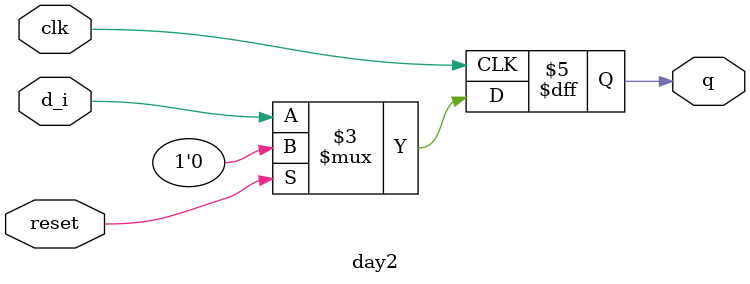
<source format=sv>

module day2(input logic clk,
		input logic reset,
		input logic d_i,
		output logic q);


always @(posedge clk) begin
	if (reset)
		q <= 0;
	else 
		q <= d_i;
end

endmodule



</source>
